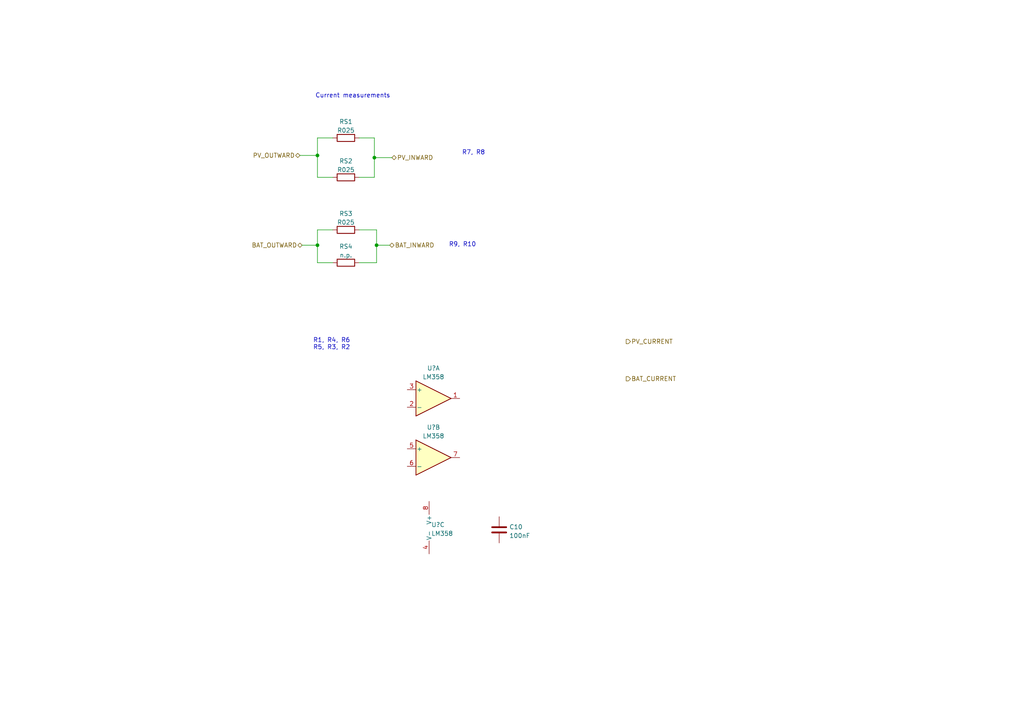
<source format=kicad_sch>
(kicad_sch (version 20211123) (generator eeschema)
  (paper "A4")
  (lib_symbols
    (symbol "Amplifier_Operational:LM358" (pin_names (offset 0.127))
      (property "Reference" "U" (at 0 5.08 0))
      (property "Value" "LM358" (at 0 -5.08 0))
      (symbol "LM358_1_1"
        (polyline (pts (xy -5.08 5.08) (xy 5.08 0) (xy -5.08 -5.08) (xy -5.08 5.08)) (stroke (width 0.254)) (fill (type background)))
        (pin output line (at 7.62 0 180) (length 2.54) (name "~") (number "1"))
        (pin input line (at -7.62 -2.54 0) (length 2.54) (name "-") (number "2"))
        (pin input line (at -7.62 2.54 0) (length 2.54) (name "+") (number "3"))
      )
      (symbol "LM358_2_1"
        (polyline (pts (xy -5.08 5.08) (xy 5.08 0) (xy -5.08 -5.08) (xy -5.08 5.08)) (stroke (width 0.254)) (fill (type background)))
        (pin input line (at -7.62 2.54 0) (length 2.54) (name "+") (number "5"))
        (pin input line (at -7.62 -2.54 0) (length 2.54) (name "-") (number "6"))
        (pin output line (at 7.62 0 180) (length 2.54) (name "~") (number "7"))
      )
      (symbol "LM358_3_1"
        (pin power_in line (at -2.54 -7.62 90) (length 3.81) (name "V-") (number "4"))
        (pin power_in line (at -2.54 7.62 270) (length 3.81) (name "V+") (number "8"))
      )
    )
    (symbol "Device:C" (pin_numbers hide) (pin_names (offset 0.254))
      (property "Reference" "C" (at 0.635 2.54 0))
      (property "Value" "C" (at 0.635 -2.54 0))
      (symbol "C_0_1"
        (polyline (pts (xy -2.032 -0.762) (xy 2.032 -0.762)) (stroke (width 0.508)))
        (polyline (pts (xy -2.032 0.762) (xy 2.032 0.762)) (stroke (width 0.508)))
      )
      (symbol "C_1_1"
        (pin passive line (at 0 3.81 270) (length 2.794) (name "~") (number "1"))
        (pin passive line (at 0 -3.81 90) (length 2.794) (name "~") (number "2"))
      )
    )
    (symbol "Device:R" (pin_numbers hide) (pin_names (offset 0))
      (property "Reference" "R" (at 2.032 0 90))
      (property "Value" "R" (at 0 0 90))
      (symbol "R_0_1"
        (rectangle (start -1.016 -2.54) (end 1.016 2.54) (stroke (width 0.254)))
      )
      (symbol "R_1_1"
        (pin passive line (at 0 3.81 270) (length 1.27) (name "~") (number "1"))
        (pin passive line (at 0 -3.81 90) (length 1.27) (name "~") (number "2"))
      )
    )
  )
  (junction (at 108.585 45.72))
  (junction (at 92.075 45.085))
  (junction (at 109.22 71.12))
  (junction (at 92.075 71.12))
  (wire (pts (xy 104.14 76.2) (xy 109.22 76.2)))
  (wire (pts (xy 108.585 51.435) (xy 104.14 51.435)))
  (wire (pts (xy 92.075 45.085) (xy 92.075 51.435)))
  (wire (pts (xy 109.22 71.12) (xy 109.22 66.675)))
  (wire (pts (xy 87.63 71.12) (xy 92.075 71.12)))
  (wire (pts (xy 109.22 76.2) (xy 109.22 71.12)))
  (wire (pts (xy 96.52 66.675) (xy 92.075 66.675)))
  (wire (pts (xy 92.075 71.12) (xy 92.075 76.2)))
  (wire (pts (xy 96.52 51.435) (xy 92.075 51.435)))
  (wire (pts (xy 92.075 76.2) (xy 96.52 76.2)))
  (wire (pts (xy 108.585 45.72) (xy 113.665 45.72)))
  (wire (pts (xy 109.22 71.12) (xy 113.03 71.12)))
  (wire (pts (xy 92.075 40.005) (xy 92.075 45.085)))
  (wire (pts (xy 109.22 66.675) (xy 104.14 66.675)))
  (wire (pts (xy 92.075 40.005) (xy 96.52 40.005)))
  (wire (pts (xy 108.585 40.005) (xy 108.585 45.72)))
  (wire (pts (xy 108.585 45.72) (xy 108.585 51.435)))
  (wire (pts (xy 86.995 45.085) (xy 92.075 45.085)))
  (wire (pts (xy 108.585 40.005) (xy 104.14 40.005)))
  (wire (pts (xy 92.075 66.675) (xy 92.075 71.12)))
  (text "R9, R10" (at 130.175 71.755 0) (effects (font (size 1.27 1.27)) (justify left bottom)))
  (text "R7, R8\n" (at 133.985 45.085 0) (effects (font (size 1.27 1.27)) (justify left bottom)))
  (text "Current measurements\n" (at 91.44 28.575 0) (effects (font (size 1.27 1.27)) (justify left bottom)))
  (text "R1, R4, R6\nR5, R3, R2" (at 90.805 101.6 0) (effects (font (size 1.27 1.27)) (justify left bottom)))
  (hierarchical_label "PV_CURRENT" (shape output) (at 181.61 99.06 0))
  (hierarchical_label "BAT_CURRENT" (shape output) (at 181.61 109.855 0))
  (hierarchical_label "BAT_OUTWARD" (shape bidirectional) (at 87.63 71.12 180))
  (hierarchical_label "BAT_INWARD" (shape bidirectional) (at 113.03 71.12 0))
  (hierarchical_label "PV_OUTWARD" (shape bidirectional) (at 86.995 45.085 180))
  (hierarchical_label "PV_INWARD" (shape bidirectional) (at 113.665 45.72 0))
  (symbol (lib_id "Amplifier_Operational:LM358") (at 125.73 132.715 0) (unit 2)
    (property "Reference" "U?" (at 125.73 123.9352 0))
    (property "Value" "LM358" (at 125.73 126.4721 0))
    (property "Datasheet" "http://www.ti.com/lit/ds/symlink/lm2904-n.pdf" (effects hide))
  )
  (symbol (lib_id "Device:R") (at 100.33 66.675 90) (unit 1)
    (property "Reference" "RS3" (at 100.33 61.9592 90))
    (property "Value" "R025" (at 100.33 64.4961 90))
  )
  (symbol (lib_id "Device:R") (at 100.33 40.005 90) (unit 1)
    (property "Reference" "RS1" (at 100.33 35.2892 90))
    (property "Value" "R025" (at 100.33 37.8261 90))
  )
  (symbol (lib_id "Amplifier_Operational:LM358") (at 125.73 115.57 0) (unit 1)
    (property "Reference" "U?" (at 125.73 106.7902 0))
    (property "Value" "LM358" (at 125.73 109.3271 0))
    (property "Datasheet" "http://www.ti.com/lit/ds/symlink/lm2904-n.pdf" (effects hide))
  )
  (symbol (lib_id "Device:C") (at 144.78 153.67 0) (unit 1)
    (property "Reference" "C10" (at 147.701 152.8353 0) (effects (justify left)))
    (property "Value" "100nF" (at 147.701 155.3722 0) (effects (justify left)))
  )
  (symbol (lib_id "Device:R") (at 100.33 51.435 90) (unit 1)
    (property "Reference" "RS2" (at 100.33 46.7192 90))
    (property "Value" "R025" (at 100.33 49.2561 90))
  )
  (symbol (lib_id "Amplifier_Operational:LM358") (at 127 153.035 0) (unit 3)
    (property "Reference" "U?" (at 125.095 152.2003 0) (effects (justify left)))
    (property "Value" "LM358" (at 125.095 154.7372 0) (effects (justify left)))
    (property "Datasheet" "http://www.ti.com/lit/ds/symlink/lm2904-n.pdf" (effects hide))
  )
  (symbol (lib_id "Device:R") (at 100.33 76.2 90) (unit 1)
    (property "Reference" "RS4" (at 100.33 71.4842 90))
    (property "Value" "n.p." (at 100.33 74.0211 90))
  )
)
</source>
